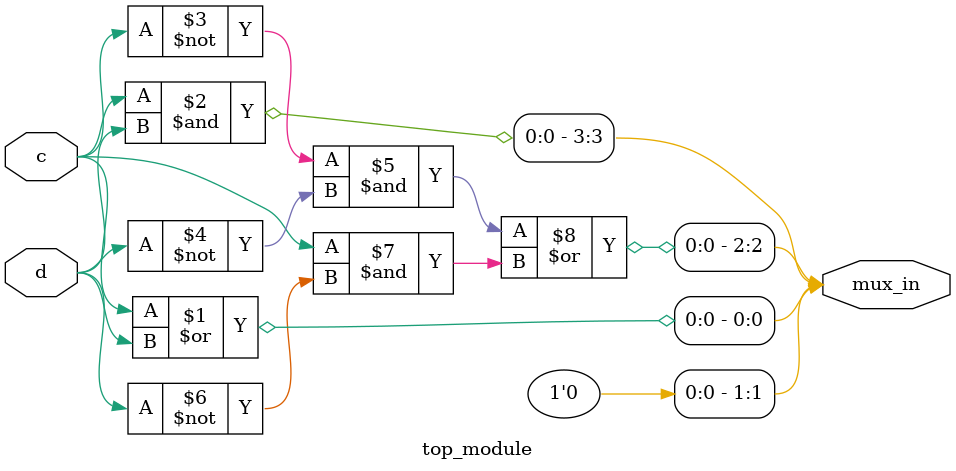
<source format=v>
module top_module (
    input c,
    input d,
    output [3:0] mux_in
); 
    assign mux_in[0] = c|d;
    assign mux_in[1] = 1'b0;
    assign mux_in[3] = (c&d);
    assign mux_in[2] = (~c&~d)|(c&~d);

endmodule

</source>
